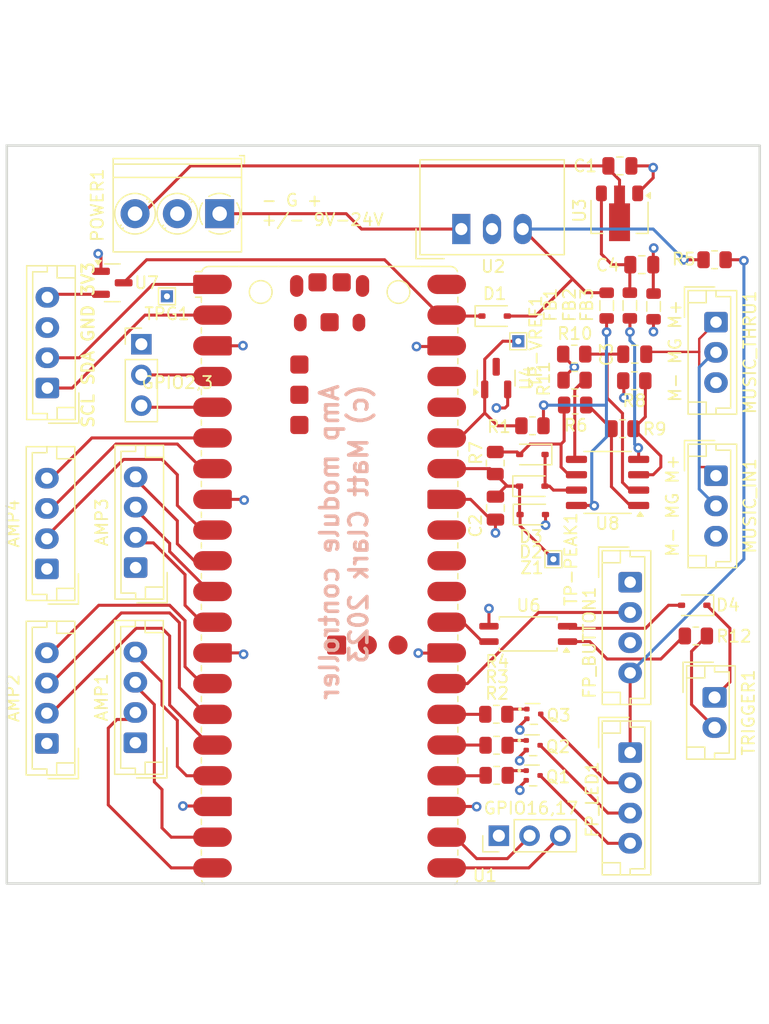
<source format=kicad_pcb>
(kicad_pcb (version 20240108) (generator "pcbnew") (generator_version "8.0")
  (layers (0 "F.Cu" signal) (1 "In1.Cu" power) (2 "In2.Cu" power) (31 "B.Cu" power) (34 "B.Paste" user) (35 "F.Paste" user) (36 "B.SilkS" user "B.Silkscreen") (37 "F.SilkS" user "F.Silkscreen") (38 "B.Mask" user) (39 "F.Mask" user) (44 "Edge.Cuts" user))
  (net 0 "")
  (net 4 "GND")
  (net 5 "Net-(U8A-+)")
  (net 6 "-5V")
  (net 7 "VSYS")
  (net 8 "+5V")
  (net 9 "/M+")
  (net 10 "/M-")
  (net 11 "Net-(D3-A)")
  (net 12 "+5VA")
  (net 13 "-5VA")
  (net 14 "/SDA")
  (net 15 "/SCL")
  (net 16 "/DISP_3V3")
  (net 17 "Net-(Q1-B)")
  (net 18 "Net-(Q2-B)")
  (net 19 "Net-(Q3-B)")
  (net 20 "Net-(U8A--)")
  (net 21 "Net-(R12-Pad2)")
  (net 22 "/MG")
  (net 23 "Net-(D2-A)")
  (net 24 "Net-(TRIGGER1-Pin_2)")
  (net 25 "/-18V")
  (net 26 "/+18V")
  (net 27 "Net-(GPIO2,3-Pin_3)")
  (net 28 "Net-(D4-K)")
  (net 29 "Net-(D4-A)")
  (net 30 "/FP_BUTTON")
  (net 31 "/PWMB")
  (net 32 "/PWMG")
  (net 33 "/PWMR")
  (net 34 "/TRG_ON")
  (net 35 "/PEAK")
  (net 36 "/ADC_VREF")
  (net 37 "/AMP1_RESET")
  (net 38 "/AMP1_FAULT")
  (net 39 "/AMP1_CLIP")
  (net 40 "/AMP2_RESET")
  (net 41 "/AMP2_FAULT")
  (net 42 "/AMP2_CLIP")
  (net 43 "/AMP3_RESET")
  (net 44 "/AMP3_FAULT")
  (net 45 "/AMP3_CLIP")
  (net 46 "/AMP4_RESET")
  (net 47 "/AMP4_FAULT")
  (net 48 "/AMP4_CLIP")
  (net 51 "/R")
  (net 52 "/G")
  (net 53 "/B")
  (net 54 "/DRV")
  (net 56 "Net-(GPIO2,3-Pin_2)")
  (net 57 "Net-(GPIO16,17-Pin_2)")
  (net 58 "Net-(R6-Pad1)")
  (net 59 "Net-(U8B-+)")
  (net 60 "AGND")
  (net 61 "Net-(GPIO16,17-Pin_3)")
  (footprint "Converter_DCDC:Converter_DCDC_TRACO_TSR-1_THT" (layer "F.Cu") (at 143.957597 70.873725)
    (property "Reference" "U2")
    (property "Value" "TSR_1-2450")
  )
  (footprint "Connector_JST:JST_EH_B4B-EH-A_1x04_P2.50mm_Vertical" (layer "F.Cu") (at 157.927597 114.173725 -90)
    (property "Reference" "FP_LED1")
    (property "Value" "Conn_01x04_Pin")
  )
  (footprint "Connector_JST:JST_EH_B4B-EH-A_1x04_P2.50mm_Vertical" (layer "F.Cu") (at 109.70493 84.021376 90)
    (property "Reference" "DISPLAY1" (hide yes))
    (property "Value" "Conn_01x04_Pin")
  )
  (footprint "Connector_JST:JST_EH_B4B-EH-A_1x04_P2.50mm_Vertical" (layer "F.Cu") (at 116.987597 113.358725 90)
    (property "Reference" "AMP1")
    (property "Value" "Conn_01x04_Pin")
  )
  (footprint "Resistor_SMD:R_0805_2012Metric" (layer "F.Cu") (at 163.365097 104.528725 180)
    (property "Reference" "R12")
    (property "Value" "470")
  )
  (footprint "Capacitor_SMD:C_0805_2012Metric" (layer "F.Cu") (at 157.076672 65.649905 180)
    (property "Reference" "C1")
    (property "Value" "1u")
  )
  (footprint "Resistor_SMD:R_0805_2012Metric" (layer "F.Cu") (at 146.885302 116.054713)
    (property "Reference" "R2")
    (property "Value" "4k7")
  )
  (footprint "Connector_JST:JST_EH_B3B-EH-A_1x03_P2.50mm_Vertical" (layer "F.Cu") (at 165.03156 78.573725 -90)
    (property "Reference" "MUSIC_THRU1")
    (property "Value" "Conn_01x03_Pin")
  )
  (footprint "Resistor_SMD:R_0805_2012Metric" (layer "F.Cu") (at 164.912597 73.413725)
    (property "Reference" "R5")
    (property "Value" "4k7")
  )
  (footprint "Resistor_SMD:R_0805_2012Metric" (layer "F.Cu") (at 157.292597 87.383725 180)
    (property "Reference" "R9")
    (property "Value" "100k")
  )
  (footprint "Diode_SMD:D_SOD-323" (layer "F.Cu") (at 146.712152 78.070042)
    (property "Reference" "D1")
    (property "Value" "1N5819WS")
  )
  (footprint "Diode_SMD:D_SOD-323" (layer "F.Cu") (at 149.869351 94.485185)
    (property "Reference" "Z1")
    (property "Value" "2V4")
  )
  (footprint "Resistor_SMD:R_0805_2012Metric" (layer "F.Cu") (at 153.328329 83.369506 180)
    (property "Reference" "R11")
    (property "Value" "10k")
  )
  (footprint "TestPoint:TestPoint_THTPad_1.0x1.0mm_Drill0.5mm" (layer "F.Cu") (at 148.673215 80.15102 -90)
    (property "Reference" "TP-VREF1")
    (property "Value" "TestPoint")
  )
  (footprint "Package_TO_SOT_SMD:SOT-23" (layer "F.Cu") (at 115.080097 75.318725)
    (property "Reference" "U7")
    (property "Value" "MCP1700x-330xxTT")
  )
  (footprint "Diode_SMD:D_SOD-323" (layer "F.Cu") (at 149.828725 92.138682)
    (property "Reference" "D2")
    (property "Value" "1N5819WS")
  )
  (footprint "Resistor_SMD:R_0805_2012Metric" (layer "F.Cu") (at 146.875748 113.566636)
    (property "Reference" "R3")
    (property "Value" "4k7")
  )
  (footprint "Inductor_SMD:L_0805_2012Metric" (layer "F.Cu") (at 159.864343 77.273284 90)
    (property "Reference" "FB3")
    (property "Value" "FerriteBead")
  )
  (footprint "Inductor_SMD:L_0805_2012Metric" (layer "F.Cu") (at 157.901091 77.197313 -90)
    (property "Reference" "FB2")
    (property "Value" "FerriteBead")
  )
  (footprint "MountingHole:MountingHole_3.2mm_M3" (layer "F.Cu") (at 164.011492 68.333725)
    (property "Reference" "H3" (hide yes))
    (property "Value" "MountingHole")
  )
  (footprint "Resistor_SMD:R_0805_2012Metric" (layer "F.Cu") (at 153.30111 81.216412 180)
    (property "Reference" "R10")
    (property "Value" "90k")
  )
  (footprint "Package_TO_SOT_SMD:SOT-723" (layer "F.Cu") (at 149.903274 113.568955)
    (property "Reference" "Q2")
    (property "Value" "BC848")
  )
  (footprint "Connector_PinHeader_2.54mm:PinHeader_1x03_P2.54mm_Vertical" (layer "F.Cu") (at 117.484031 80.398725)
    (property "Reference" "GPIO2,3")
    (property "Value" "Conn_01x02_Pin")
  )
  (footprint "MountingHole:MountingHole_3.2mm_M3" (layer "F.Cu") (at 164.277597 121.06056)
    (property "Reference" "H4" (hide yes))
    (property "Value" "MountingHole")
  )
  (footprint "Package_TO_SOT_SMD:SOT-723" (layer "F.Cu") (at 149.901602 116.066166)
    (property "Reference" "Q1")
    (property "Value" "BC848")
  )
  (footprint "Connector_JST:JST_EH_B2B-EH-A_1x02_P2.50mm_Vertical" (layer "F.Cu") (at 164.912597 109.607859 -90)
    (property "Reference" "TRIGGER1")
    (property "Value" "Conn_01x02_Pin")
  )
  (footprint "Package_SO:SO-8_3.9x4.9mm_P1.27mm" (layer "F.Cu") (at 156.057597 91.828725 180)
    (property "Reference" "U8")
    (property "Value" "LM2904")
  )
  (footprint "Connector_JST:JST_EH_B4B-EH-A_1x04_P2.50mm_Vertical" (layer "F.Cu") (at 109.669355 98.981975 90)
    (property "Reference" "AMP4")
    (property "Value" "Conn_01x04_Pin")
  )
  (footprint "Connector_PinHeader_2.54mm:PinHeader_1x03_P2.54mm_Vertical" (layer "F.Cu") (at 147.064682 121.049736 90)
    (property "Reference" "GPIO16,17")
    (property "Value" "Conn_01x02_Pin")
  )
  (footprint "Capacitor_SMD:C_0805_2012Metric" (layer "F.Cu") (at 158.890177 73.82092 180)
    (property "Reference" "C4")
    (property "Value" "1u")
  )
  (footprint "TestPoint:TestPoint_THTPad_1.0x1.0mm_Drill0.5mm" (layer "F.Cu") (at 119.603696 76.439386 180)
    (property "Reference" "TPG1")
    (property "Value" "TestPoint")
  )
  (footprint "Capacitor_SMD:C_0805_2012Metric" (layer "F.Cu") (at 158.308091 81.225333 180)
    (property "Reference" "C3")
    (property "Value" "1u")
  )
  (footprint "Package_TO_SOT_SMD:SOT-723" (layer "F.Cu") (at 149.955622 110.977694)
    (property "Reference" "Q3")
    (property "Value" "BC848")
  )
  (footprint "Diode_SMD:D_SOD-323" (layer "F.Cu") (at 149.83676 89.517984 180)
    (property "Reference" "D3")
    (property "Value" "1N5819WS")
  )
  (footprint "Resistor_SMD:R_0805_2012Metric" (layer "F.Cu") (at 158.27044 83.420205 180)
    (property "Reference" "R8")
    (property "Value" "10k")
  )
  (footprint "Package_TO_SOT_SMD:SOT-23" (layer "F.Cu") (at 146.844017 83.20111 90)
    (property "Reference" "U4")
    (property "Value" "LM4040DBZ-3")
  )
  (footprint "TerminalBlock_Phoenix:TerminalBlock_Phoenix_PT-1,5-3-3.5-H_1x03_P3.50mm_Horizontal" (layer "F.Cu") (at 123.962597 69.603725 180)
    (property "Reference" "POWER1")
    (property "Value" "Conn_01x03_Pin")
  )
  (footprint "Connector_JST:JST_EH_B3B-EH-A_1x03_P2.50mm_Vertical" (layer "F.Cu") (at 165.03156 91.273725 -90)
    (property "Reference" "MUSIC_IN1")
    (property "Value" "Conn_01x03_Pin")
  )
  (footprint "Capacitor_SMD:C_0805_2012Metric" (layer "F.Cu") (at 146.781769 93.954226 -90)
    (property "Reference" "C2")
    (property "Value" "10u")
  )
  (footprint "Connector_JST:JST_EH_B4B-EH-A_1x04_P2.50mm_Vertical" (layer "F.Cu") (at 117.011573 98.871566 90)
    (property "Reference" "AMP3")
    (property "Value" "Conn_01x04_Pin")
  )
  (footprint "Package_SO:SOIC-4_4.55x2.6mm_P1.27mm" (layer "F.Cu") (at 149.494297 104.358876 180)
    (property "Reference" "U6")
    (property "Value" "EL3H7(C)(TA)-G")
  )
  (footprint "Resistor_SMD:R_0805_2012Metric" (layer "F.Cu") (at 146.855097 111.003868)
    (property "Reference" "R4")
    (property "Value" "4k7")
  )
  (footprint "Resistor_SMD:R_0805_2012Metric" (layer "F.Cu") (at 146.765981 90.225249 -90)
    (property "Reference" "R7")
    (property "Value" "10k")
  )
  (footprint "Package_TO_SOT_SMD:SOT-89-3" (layer "F.Cu") (at 157.049603 69.87412 -90)
    (property "Reference" "U3")
    (property "Value" "LT1175-5_SOT223")
  )
  (footprint "Module_RaspberryPi_Pico:RaspberryPi_Pico_W_SMD" (layer "F.Cu") (at 133.06 99.579685)
    (property "Reference" "U1")
    (property "Value" "RaspberryPi_Pico_W")
  )
  (footprint "Resistor_SMD:R_0805_2012Metric" (layer "F.Cu") (at 149.842099 87.146713 180)
    (property "Reference" "R1")
    (property "Value" "4k7")
  )
  (footprint "MountingHole:MountingHole_3.2mm_M3" (layer "F.Cu") (at 110.937597 121.11848)
    (property "Reference" "H2" (hide yes))
    (property "Value" "MountingHole")
  )
  (footprint "Connector_JST:JST_EH_B4B-EH-A_1x04_P2.50mm_Vertical" (layer "F.Cu") (at 109.667597 113.418725 90)
    (property "Reference" "AMP2")
    (property "Value" "Conn_01x04_Pin")
  )
  (footprint "Inductor_SMD:L_0805_2012Metric" (layer "F.Cu") (at 155.985156 77.202923 -90)
    (property "Reference" "FB1")
    (property "Value" "FerriteBead")
  )
  (footprint "Diode_SMD:D_SOD-323" (layer "F.Cu") (at 163.227597 101.988725 180)
    (property "Reference" "D4")
    (property "Value" "1N5819WS")
  )
  (footprint "Resistor_SMD:R_0805_2012Metric" (layer "F.Cu") (at 153.376825 85.427404 180)
    (property "Reference" "R6")
    (property "Value" "10k")
  )
  (footprint "TestPoint:TestPoint_THTPad_1.0x1.0mm_Drill0.5mm" (layer "F.Cu") (at 151.577597 98.178725 -90)
    (property "Reference" "TP-PEAK1")
    (property "Value" "TestPoint")
  )
  (footprint "Connector_JST:JST_EH_B4B-EH-A_1x04_P2.50mm_Vertical" (layer "F.Cu") (at 157.927597 100.083725 -90)
    (property "Reference" "FP_BUTTON1")
    (property "Value" "Conn_01x04_Pin")
  )
  (footprint "MountingHole:MountingHole_3.2mm_M3" (layer "F.Cu") (at 110.937597 68.333725)
    (property "Reference" "H1" (hide yes))
    (property "Value" "MountingHole")
  )
  (gr_rect (start 106.35 63.97) (end 168.65 125) (stroke (width 0.2)) (fill none) (layer "Edge.Cuts"))
  (gr_text "Amp module controller\n(c) Matt Clark 2023" (at 136.337597 83.573725 90) (layer "B.SilkS") (effects (font (size 1.5 1.5) (thickness 0.3) (bold yes)) (justify left bottom mirror)))
  (gr_text "M- MG M+" (at 162.228695 85.272868 90) (layer "F.SilkS") (effects (font (size 1 1)) (justify left bottom)))
  (gr_text "- G +\n+/- 9V-24V" (at 127.340632 70.68777 0) (layer "F.SilkS") (effects (font (size 1 1)) (justify left bottom)))
  (gr_text "SCL SDA GND 3V3" (at 113.658225 87.418894 90) (layer "F.SilkS") (effects (font (size 1 1) (thickness 0.1875)) (justify left bottom)))
  (gr_text "M- MG M+" (at 162.005464 98.065286 90) (layer "F.SilkS") (effects (font (size 1 1)) (justify left bottom)))
  (segment (start 124.132974 118.592659) (end 124.17 118.629685) (width 0.25) (layer "F.Cu") (net 4))
  (segment (start 159.840177 73.82092) (end 159.840177 76.186618) (width 0.25) (layer "F.Cu") (net 4))
  (segment (start 141.95 118.629685) (end 145.210543 118.629685) (width 0.25) (layer "F.Cu") (net 4))
  (segment (start 141.935115 105.94457) (end 141.95 105.929685) (width 0.25) (layer "F.Cu") (net 4))
  (segment (start 148.799966 112.305691) (end 148.799966 111.95835) (width 0.25) (layer "F.Cu") (net 4))
  (segment (start 114.142597 73.144291) (end 113.912034 72.913728) (width 0.25) (layer "F.Cu") (net 4))
  (segment (start 148.786687 114.510542) (end 149.328274 113.968955) (width 0.25) (layer "F.Cu") (net 4))
  (segment (start 159.840177 76.186618) (end 159.864343 76.210784) (width 0.25) (layer "F.Cu") (net 4))
  (segment (start 148.786687 114.841926) (end 148.786687 114.510542) (width 0.25) (layer "F.Cu") (net 4))
  (segment (start 124.17 80.529685) (end 125.880166 80.529685) (width 0.25) (layer "F.Cu") (net 4))
  (segment (start 141.890785 80.5889) (end 141.95 80.529685) (width 0.25) (layer "F.Cu") (net 4))
  (segment (start 148.799966 111.95835) (end 149.380622 111.377694) (width 0.25) (layer "F.Cu") (net 4))
  (segment (start 140.395895 105.94457) (end 141.935115 105.94457) (width 0.25) (layer "F.Cu") (net 4))
  (segment (start 159.832597 66.641126) (end 159.832597 65.793725) (width 0.25) (layer "F.Cu") (net 4))
  (segment (start 158.549603 67.92412) (end 159.832597 66.641126) (width 0.25) (layer "F.Cu") (net 4))
  (segment (start 146.246327 103.721846) (end 146.246327 102.259343) (width 0.25) (layer "F.Cu") (net 4))
  (segment (start 148.799966 116.992802) (end 149.326602 116.466166) (width 0.25) (layer "F.Cu") (net 4))
  (segment (start 159.840177 73.82092) (end 159.840177 72.488234) (width 0.25) (layer "F.Cu") (net 4))
  (segment (start 146.244297 103.723876) (end 146.246327 103.721846) (width 0.25) (layer "F.Cu") (net 4))
  (segment (start 148.799966 117.28521) (end 148.799966 116.992802) (width 0.25) (layer "F.Cu") (net 4))
  (segment (start 114.142597 74.368725) (end 114.142597 73.144291) (width 0.25) (layer "F.Cu") (net 4))
  (segment (start 125.928986 93.229685) (end 125.99037 93.291069) (width 0.25) (layer "F.Cu") (net 4))
  (segment (start 159.688777 65.649905) (end 159.832597 65.793725) (width 0.25) (layer "F.Cu") (net 4))
  (segment (start 125.880166 80.529685) (end 125.891346 80.518505) (width 0.25) (layer "F.Cu") (net 4))
  (segment (start 145.210543 118.629685) (end 145.227597 118.646739) (width 0.25) (layer "F.Cu") (net 4))
  (segment (start 124.17 105.929685) (end 125.829483 105.929685) (width 0.25) (layer "F.Cu") (net 4))
  (segment (start 120.921864 118.592659) (end 124.132974 118.592659) (width 0.25) (layer "F.Cu") (net 4))
  (segment (start 140.249893 80.5889) (end 141.890785 80.5889) (width 0.25) (layer "F.Cu") (net 4))
  (segment (start 158.026672 65.649905) (end 159.688777 65.649905) (width 0.25) (layer "F.Cu") (net 4))
  (segment (start 125.829483 105.929685) (end 125.941703 106.041905) (width 0.25) (layer "F.Cu") (net 4))
  (segment (start 124.17 93.229685) (end 125.928986 93.229685) (width 0.25) (layer "F.Cu") (net 4))
  (segment (start 159.840177 72.488234) (end 159.879048 72.449363) (width 0.25) (layer "F.Cu") (net 4))
  (via (at 113.912034 72.913728) (size 0.8) (drill 0.4) (layers "F.Cu" "B.Cu") (net 4))
  (via (at 148.786687 114.841926) (size 0.8) (drill 0.4) (layers "F.Cu" "B.Cu") (net 4))
  (via (at 140.395895 105.94457) (size 0.8) (drill 0.4) (layers "F.Cu" "B.Cu") (net 4))
  (via (at 125.99037 93.291069) (size 0.8) (drill 0.4) (layers "F.Cu" "B.Cu") (net 4))
  (via (at 125.941703 106.041905) (size 0.8) (drill 0.4) (layers "F.Cu" "B.Cu") (net 4))
  (via (at 159.832597 65.793725) (size 0.8) (drill 0.4) (layers "F.Cu" "B.Cu") (net 4))
  (via (at 140.249893 80.5889) (size 0.8) (drill 0.4) (layers "F.Cu" "B.Cu") (net 4))
  (via (at 148.799966 112.305691) (size 0.8) (drill 0.4) (layers "F.Cu" "B.Cu") (net 4))
  (via (at 120.921864 118.592659) (size 0.8) (drill 0.4) (layers "F.Cu" "B.Cu") (net 4))
  (via (at 125.891346 80.518505) (size 0.8) (drill 0.4) (layers "F.Cu" "B.Cu") (net 4))
  (via (at 146.246327 102.259343) (size 0.8) (drill 0.4) (layers "F.Cu" "B.Cu") (net 4))
  (via (at 159.879048 72.449363) (size 0.8) (drill 0.4) (layers "F.Cu" "B.Cu") (net 4))
  (via (at 148.799966 117.28521) (size 0.8) (drill 0.4) (layers "F.Cu" "B.Cu") (net 4))
  (via (at 145.227597 118.646739) (size 0.8) (drill 0.4) (layers "F.Cu" "B.Cu") (net 4))
  (segment (start 158.632597 91.193725) (end 159.832597 91.193725) (width 0.25) (layer "F.Cu") (net 5))
  (segment (start 160.467597 90.558725) (end 160.467597 89.646225) (width 0.25) (layer "F.Cu") (net 5))
  (segment (start 159.18294 83.420205) (end 159.18294 86.405882) (width 0.25) (layer "F.Cu") (net 5))
  (segment (start 159.18294 86.405882) (end 158.205097 87.383725) (width 0.25) (layer "F.Cu") (net 5))
  (segment (start 160.467597 89.646225) (end 158.205097 87.383725) (width 0.25) (layer "F.Cu") (net 5))
  (segment (start 159.832597 91.193725) (end 160.467597 90.558725) (width 0.25) (layer "F.Cu") (net 5))
  (segment (start 155.549603 72.940731) (end 156.429792 73.82092) (width 0.25) (layer "F.Cu") (net 6))
  (segment (start 157.901091 73.860006) (end 157.940177 73.82092) (width 0.25) (layer "F.Cu") (net 6))
  (segment (start 155.549603 67.92412) (end 155.549603 72.940731) (width 0.25) (layer "F.Cu") (net 6))
  (segment (start 157.901091 76.134813) (end 157.901091 73.860006) (width 0.25) (layer "F.Cu") (net 6))
  (segment (start 156.429792 73.82092) (end 157.940177 73.82092) (width 0.25) (layer "F.Cu") (net 6))
  (segment (start 117.922597 73.413725) (end 116.017597 75.318725) (width 0.25) (layer "F.Cu") (net 7))
  (segment (start 142.030357 78.070042) (end 145.662152 78.070042) (width 0.25) (layer "F.Cu") (net 7))
  (segment (start 141.95 77.756128) (end 137.607597 73.413725) (width 0.25) (layer "F.Cu") (net 7))
  (segment (start 137.607597 73.413725) (end 117.922597 73.413725) (width 0.25) (layer "F.Cu") (net 7))
  (segment (start 141.95 77.989685) (end 142.030357 78.070042) (width 0.25) (layer "F.Cu") (net 7))
  (segment (start 141.95 77.989685) (end 141.95 77.756128) (width 0.25) (layer "F.Cu") (net 7))
  (segment (start 155.985156 76.140423) (end 154.304295 76.140423) (width 0.25) (layer "F.Cu") (net 8))
  (segment (start 150.09628 78.070042) (end 153.165097 75.001225) (width 0.25) (layer "F.Cu") (net 8))
  (segment (start 153.165097 75.001225) (end 149.037597 70.873725) (width 0.25) (layer "F.Cu") (net 8))
  (segment (start 147.762152 78.070042) (end 150.09628 78.070042) (width 0.25) (layer "F.Cu") (net 8))
  (segment (start 154.304295 76.140423) (end 153.165097 75.001225) (width 0.25) (layer "F.Cu") (net 8))
  (segment (start 162.372597 73.413725) (end 164.000097 73.413725) (width 0.25) (layer "F.Cu") (net 8))
  (via (at 162.372597 73.413725) (size 0.8) (drill 0.4) (layers "F.Cu" "B.Cu") (net 8))
  (segment (start 159.832597 70.873725) (end 162.372597 73.413725) (width 0.25) (layer "B.Cu") (net 8))
  (segment (start 149.037597 70.873725) (end 159.832597 70.873725) (width 0.25) (layer "B.Cu") (net 8))
  (segment (start 159.258091 81.225333) (end 159.449699 81.033725) (width 0.2) (layer "F.Cu") (net 9))
  (segment (start 165.03156 78.573725) (end 163.642597 79.962688) (width 0.2) (layer "F.Cu") (net 9))
  (segment (start 163.642597 79.962688) (end 163.642597 81.033725) (width 0.2) (layer "F.Cu") (net 9))
  (segment (start 159.449699 81.033725) (end 163.642597 81.033725) (width 0.2) (layer "F.Cu") (net 9))
  (segment (start 164.31656 90.558725) (end 165.03156 91.273725) (width 0.2) (layer "F.Cu") (net 9))
  (segment (start 163.642597 81.033725) (end 163.642597 90.558725) (width 0.2) (layer "F.Cu") (net 9))
  (segment (start 163.642597 90.558725) (end 164.31656 90.558725) (width 0.2) (layer "F.Cu") (net 9))
  (segment (start 152.464325 85.427404) (end 152.464325 88.401997) (width 0.25) (layer "F.Cu") (net 11))
  (segment (start 152.212597 90.558725) (end 152.847597 91.193725) (width 0.25) (layer "F.Cu") (net 11))
  (segment (start 146.765981 89.312749) (end 148.581525 89.312749) (width 0.25) (layer "F.Cu") (net 11))
  (segment (start 152.464325 88.401997) (end 152.212597 88.653725) (width 0.25) (layer "F.Cu") (net 11))
  (segment (start 152.212597 88.653725) (end 152.212597 90.558725) (width 0.25) (layer "F.Cu") (net 11))
  (segment (start 152.847597 91.193725) (end 153.482597 91.193725) (width 0.25) (layer "F.Cu") (net 11))
  (segment (start 152.212597 88.653725) (end 149.651019 88.653725) (width 0.25) (layer "F.Cu") (net 11))
  (segment (start 148.581525 89.312749) (end 148.78676 89.517984) (width 0.25) (layer "F.Cu") (net 11))
  (segment (start 149.651019 88.653725) (end 148.78676 89.517984) (width 0.25) (layer "F.Cu") (net 11))
  (segment (start 153.482597 93.733725) (end 154.9306 93.733725) (width 0.25) (layer "F.Cu") (net 12))
  (segment (start 150.754599 85.462251) (end 150.775633 85.441217) (width 0.25) (layer "F.Cu") (net 12))
  (segment (start 155.963823 78.286756) (end 155.985156 78.265423) (width 0.25) (layer "F.Cu") (net 12))
  (segment (start 155.977709 78.27287) (end 155.985156 78.265423) (width 0.25) (layer "F.Cu") (net 12))
  (segment (start 155.977709 79.39718) (end 155.977709 78.27287) (width 0.25) (layer "F.Cu") (net 12))
  (segment (start 154.9306 93.733725) (end 154.956465 93.75959) (width 0.25) (layer "F.Cu") (net 12))
  (segment (start 150.754599 87.146713) (end 150.754599 85.462251) (width 0.25) (layer "F.Cu") (net 12))
  (via (at 155.977709 79.39718) (size 0.8) (drill 0.4) (layers "F.Cu" "B.Cu") (net 12))
  (via (at 150.775633 85.441217) (size 0.8) (drill 0.4) (layers "F.Cu" "B.Cu") (net 12))
  (via (at 154.956465 93.75959) (size 0.8) (drill 0.4) (layers "F.Cu" "B.Cu") (net 12))
  (segment (start 155.963823 79.313168) (end 155.963823 85.478725) (width 0.25) (layer "B.Cu") (net 12))
  (segment (start 155.926315 85.441217) (end 155.963823 85.478725) (width 0.25) (layer "B.Cu") (net 12))
  (segment (start 154.752597 93.555722) (end 154.956465 93.75959) (width 0.25) (layer "B.Cu") (net 12))
  (segment (start 155.963823 85.478725) (end 155.963823 88.077499) (width 0.25) (layer "B.Cu") (net 12))
  (segment (start 155.963823 88.077499) (end 154.752597 89.288725) (width 0.25) (layer "B.Cu") (net 12))
  (segment (start 150.775633 85.441217) (end 155.926315 85.441217) (width 0.25) (layer "B.Cu") (net 12))
  (segment (start 154.752597 89.288725) (end 154.752597 93.555722) (width 0.25) (layer "B.Cu") (net 12))
  (segment (start 157.909854 78.268576) (end 157.901091 78.259813) (width 0.25) (layer "F.Cu") (net 13))
  (segment (start 158.632597 89.01055) (end 158.596689 88.974642) (width 0.25) (layer "F.Cu") (net 13))
  (segment (start 158.632597 89.923725) (end 158.632597 89.01055) (width 0.25) (layer "F.Cu") (net 13))
  (segment (start 157.909854 79.381852) (end 157.909854 78.268576) (width 0.25) (layer "F.Cu") (net 13))
  (via (at 158.596689 88.974642) (size 0.8) (drill 0.4) (layers "F.Cu" "B.Cu") (net 13))
  (via (at 157.909854 79.381852) (size 0.8) (drill 0.4) (layers "F.Cu" "B.Cu") (net 13))
  (segment (start 157.909854 80.09158) (end 158.299061 80.480787) (width 0.25) (layer "B.Cu") (net 13))
  (segment (start 158.299061 80.480787) (end 158.299061 88.677014) (width 0.25) (layer "B.Cu") (net 13))
  (segment (start 157.909854 79.381852) (end 157.909854 80.09158) (width 0.25) (layer "B.Cu") (net 13))
  (segment (start 158.299061 88.677014) (end 158.596689 88.974642) (width 0.25) (layer "B.Cu") (net 13))
  (segment (start 112.354946 81.521376) (end 109.70493 81.521376) (width 0.25) (layer "F.Cu") (net 14))
  (segment (start 118.426637 75.449685) (end 112.354946 81.521376) (width 0.25) (layer "F.Cu") (net 14))
  (segment (start 124.17 75.449685) (end 118.426637 75.449685) (width 0.25) (layer "F.Cu") (net 14))
  (segment (start 117.791637 77.989685) (end 111.759946 84.021376) (width 0.25) (layer "F.Cu") (net 15))
  (segment (start 124.17 77.989685) (end 117.791637 77.989685) (width 0.25) (layer "F.Cu") (net 15))
  (segment (start 111.759946 84.021376) (end 109.70493 84.021376) (width 0.25) (layer "F.Cu") (net 15))
  (segment (start 109.957581 76.268725) (end 109.70493 76.521376) (width 0.25) (layer "F.Cu") (net 16))
  (segment (start 114.142597 76.268725) (end 109.957581 76.268725) (width 0.25) (layer "F.Cu") (net 16))
  (segment (start 147.797802 116.054713) (end 148.186349 115.666166) (width 0.25) (layer "F.Cu") (net 17))
  (segment (start 148.186349 115.666166) (end 149.326602 115.666166) (width 0.25) (layer "F.Cu") (net 17))
  (segment (start 148.185929 113.168955) (end 149.328274 113.168955) (width 0.25) (layer "F.Cu") (net 18))
  (segment (start 147.788248 113.566636) (end 148.185929 113.168955) (width 0.25) (layer "F.Cu") (net 18))
  (segment (start 147.767597 111.003868) (end 148.193771 110.577694) (width 0.25) (layer "F.Cu") (net 19))
  (segment (start 148.193771 110.577694) (end 149.380622 110.577694) (width 0.25) (layer "F.Cu") (net 19))
  (segment (start 156.022597 84.843725) (end 157.292597 86.113725) (width 0.25) (layer "F.Cu") (net 20))
  (segment (start 157.34917 81.216412) (end 157.358091 81.225333) (width 0.25) (layer "F.Cu") (net 20))
  (segment (start 156.022597 81.216412) (end 157.34917 81.216412) (width 0.25) (layer "F.Cu") (net 20))
  (segment (start 157.292597 86.113725) (end 157.292597 91.828725) (width 0.25) (layer "F.Cu") (net 20))
  (segment (start 157.927597 92.463725) (end 157.292597 91.828725) (width 0.25) (layer "F.Cu") (net 20))
  (segment (start 158.632597 92.463725) (end 157.927597 92.463725) (width 0.25) (layer "F.Cu") (net 20))
  (segment (start 156.022597 81.216412) (end 156.022597 84.843725) (width 0.25) (layer "F.Cu") (net 20))
  (segment (start 154.21361 81.216412) (end 156.022597 81.216412) (width 0.25) (layer "F.Cu") (net 20))
  (segment (start 162.372597 104.528725) (end 162.452597 104.528725) (width 0.25) (layer "F.Cu") (net 21))
  (segment (start 156.022597 106.433725) (end 160.467597 106.433725) (width 0.25) (layer "F.Cu") (net 21))
  (segment (start 152.744297 104.993876) (end 154.582748 104.993876) (width 0.25) (layer "F.Cu") (net 21))
  (segment (start 154.582748 104.993876) (end 156.022597 106.433725) (width 0.25) (layer "F.Cu") (net 21))
  (segment (start 160.467597 106.433725) (end 162.372597 104.528725) (width 0.25) (layer "F.Cu") (net 21))
  (segment (start 163.642597 82.303725) (end 163.642597 92.384762) (width 0.25) (layer "B.Cu") (net 22))
  (segment (start 164.872597 81.073725) (end 163.642597 82.303725) (width 0.25) (layer "B.Cu") (net 22))
  (segment (start 163.642597 92.384762) (end 165.03156 93.773725) (width 0.25) (layer "B.Cu") (net 22))
  (segment (start 165.03156 81.073725) (end 164.872597 81.073725) (width 0.25) (layer "B.Cu") (net 22))
  (segment (start 150.88676 92.130647) (end 150.878725 92.138682) (width 0.25) (layer "F.Cu") (net 23))
  (segment (start 151.577597 92.463725) (end 153.482597 92.463725) (width 0.25) (layer "F.Cu") (net 23))
  (segment (start 150.88676 89.517984) (end 150.88676 92.130647) (width 0.25) (layer "F.Cu") (net 23))
  (segment (start 151.252554 92.138682) (end 151.577597 92.463725) (width 0.25) (layer "F.Cu") (net 23))
  (segment (start 150.878725 92.138682) (end 151.252554 92.138682) (width 0.25) (layer "F.Cu") (net 23))
  (segment (start 163.007597 105.798725) (end 164.277597 104.528725) (width 0.25) (layer "F.Cu") (net 24))
  (segment (start 164.912597 112.107859) (end 163.007597 110.202859) (width 0.25) (layer "F.Cu") (net 24))
  (segment (start 163.007597 110.202859) (end 163.007597 105.798725) (width 0.25) (layer "F.Cu") (net 24))
  (segment (start 156.126672 65.649905) (end 156.126672 65.8978) (width 0.25) (layer "F.Cu") (net 25))
  (segment (start 156.126672 65.8978) (end 157.049603 66.820731) (width 0.25) (layer "F.Cu") (net 25))
  (segment (start 157.049603 66.820731) (end 157.049603 68.01162) (width 0.25) (layer "F.Cu") (net 25))
  (segment (start 117.597597 69.603725) (end 121.551417 65.649905) (width 0.25) (layer "F.Cu") (net 25))
  (segment (start 121.551417 65.649905) (end 156.126672 65.649905) (width 0.25) (layer "F.Cu") (net 25))
  (segment (start 134.432597 69.603725) (end 135.702597 70.873725) (width 0.25) (layer "F.Cu") (net 26))
  (segment (start 124.597597 69.603725) (end 134.432597 69.603725) (width 0.25) (layer "F.Cu") (net 26))
  (segment (start 135.702597 70.873725) (end 143.957597 70.873725) (width 0.25) (layer "F.Cu") (net 26))
  (segment (start 117.484031 85.478725) (end 117.614991 85.609685) (width 0.25) (layer "F.Cu") (net 27))
  (segment (start 117.614991 85.609685) (end 124.17 85.609685) (width 0.25) (layer "F.Cu") (net 27))
  (segment (start 164.912597 109.607859) (end 166.182597 108.337859) (width 0.25) (layer "F.Cu") (net 28))
  (segment (start 166.182597 108.337859) (end 166.182597 103.893725) (width 0.25) (layer "F.Cu") (net 28))
  (segment (start 166.182597 103.893725) (end 164.277597 101.988725) (width 0.25) (layer "F.Cu") (net 28))
  (segment (start 152.914146 103.893725) (end 152.744297 103.723876) (width 0.25) (layer "F.Cu") (net 29))
  (segment (start 159.197597 103.893725) (end 152.914146 103.893725) (width 0.25) (layer "F.Cu") (net 29))
  (segment (start 162.177597 101.988725) (end 161.102597 101.988725) (width 0.25) (layer "F.Cu") (net 29))
  (segment (start 161.102597 101.988725) (end 159.197597 103.893725) (width 0.25) (layer "F.Cu") (net 29))
  (segment (start 150.347597 102.583725) (end 144.461637 108.469685) (width 0.25) (layer "F.Cu") (net 30))
  (segment (start 144.461637 108.469685) (end 141.95 108.469685) (width 0.25) (layer "F.Cu") (net 30))
  (segment (start 157.927597 102.583725) (end 150.347597 102.583725) (width 0.25) (layer "F.Cu") (net 30))
  (segment (start 141.95 116.089685) (end 145.93783 116.089685) (width 0.25) (layer "F.Cu") (net 31))
  (segment (start 145.93783 116.089685) (end 145.972802 116.054713) (width 0.25) (layer "F.Cu") (net 31))
  (segment (start 141.95 113.549685) (end 145.946297 113.549685) (width 0.25) (layer "F.Cu") (net 32))
  (segment (start 145.946297 113.549685) (end 145.963248 113.566636) (width 0.25) (layer "F.Cu") (net 32))
  (segment (start 141.95 111.009685) (end 145.93678 111.009685) (width 0.25) (layer "F.Cu") (net 33))
  (segment (start 145.93678 111.009685) (end 145.942597 111.003868) (width 0.25) (layer "F.Cu") (net 33))
  (segment (start 145.692748 104.993876) (end 144.088557 103.389685) (width 0.25) (layer "F.Cu") (net 34))
  (segment (start 144.088557 103.389685) (end 141.95 103.389685) (width 0.25) (layer "F.Cu") (net 34))
  (segment (start 146.244297 104.993876) (end 145.692748 104.993876) (width 0.25) (layer "F.Cu") (net 34))
  (segment (start 148.819351 95.420479) (end 151.577597 98.178725) (width 0.25) (layer "F.Cu") (net 35))
  (segment (start 147.647313 92.138682) (end 148.778725 92.138682) (width 0.25) (layer "F.Cu") (net 35))
  (segment (start 141.95 90.689685) (end 146.317917 90.689685) (width 0.25) (layer "F.Cu") (net 35))
  (segment (start 148.819351 94.485185) (end 148.819351 95.420479) (width 0.25) (layer "F.Cu") (net 35))
  (segment (start 147.766914 92.138682) (end 148.778725 92.138682) (width 0.25) (layer "F.Cu") (net 35))
  (segment (start 146.317917 90.689685) (end 146.765981 91.137749) (width 0.25) (layer "F.Cu") (net 35))
  (segment (start 148.819351 94.485185) (end 148.778725 94.444559) (width 0.25) (layer "F.Cu") (net 35))
  (segment (start 146.765981 91.137749) (end 147.766914 92.138682) (width 0.25) (layer "F.Cu") (net 35))
  (segment (start 146.781769 93.004226) (end 147.647313 92.138682) (width 0.25) (layer "F.Cu") (net 35))
  (segment (start 148.778725 94.444559) (end 148.778725 92.138682) (width 0.25) (layer "F.Cu") (net 35))
  (segment (start 145.894017 86.082305) (end 145.894017 84.13861) (width 0.25) (layer "F.Cu") (net 36))
  (segment (start 145.894017 86.082305) (end 146.958425 87.146713) (width 0.25) (layer "F.Cu") (net 36))
  (segment (start 145.894017 84.13861) (end 145.894017 81.637305) (width 0.25) (layer "F.Cu") (net 36))
  (segment (start 146.958425 87.146713) (end 148.929599 87.146713) (width 0.25) (layer "F.Cu") (net 36))
  (segment (start 141.95 88.149685) (end 143.826637 88.149685) (width 0.25) (layer "F.Cu") (net 36))
  (segment (start 145.894017 81.637305) (end 147.380302 80.15102) (width 0.25) (layer "F.Cu") (net 36))
  (segment (start 147.380302 80.15102) (end 148.673215 80.15102) (width 0.25) (layer "F.Cu") (net 36))
  (segment (start 143.826637 88.149685) (end 145.894017 86.082305) (width 0.25) (layer "F.Cu") (net 36))
  (segment (start 119.192597 108.338725) (end 119.192597 110.243725) (width 0.25) (layer "F.Cu") (net 37))
  (segment (start 121.228557 116.089685) (end 120.462597 115.323725) (width 0.25) (layer "F.Cu") (net 37))
  (segment (start 124.17 116.089685) (end 121.228557 116.089685) (width 0.25) (layer "F.Cu") (net 37))
  (segment (start 120.462597 111.513725) (end 120.462597 115.323725) (width 0.25) (layer "F.Cu") (net 37))
  (segment (start 119.192597 110.243725) (end 120.462597 111.513725) (width 0.25) (layer "F.Cu") (net 37))
  (segment (start 117.287597 106.433725) (end 119.192597 108.338725) (width 0.25) (layer "F.Cu") (net 37))
  (segment (start 124.17 121.169685) (end 119.958557 121.169685) (width 0.25) (layer "F.Cu") (net 38))
  (segment (start 118.557597 116.593725) (end 118.557597 110.203725) (width 0.25) (layer "F.Cu") (net 38))
  (segment (start 119.192597 120.403725) (end 119.192597 117.228725) (width 0.25) (layer "F.Cu") (net 38))
  (segment (start 119.192597 117.228725) (end 118.557597 116.593725) (width 0.25) (layer "F.Cu") (net 38))
  (segment (start 118.557597 110.203725) (end 117.287597 108.933725) (width 0.25) (layer "F.Cu") (net 38))
  (segment (start 119.958557 121.169685) (end 119.192597 120.403725) (width 0.25) (layer "F.Cu") (net 38))
  (segment (start 117.287597 111.433725) (end 115.462597 111.433725) (width 0.25) (layer "F.Cu") (net 39))
  (segment (start 115.462597 111.433725) (end 114.747597 112.148725) (width 0.25) (layer "F.Cu") (net 39))
  (segment (start 114.747597 118.498725) (end 119.958557 123.709685) (width 0.25) (layer "F.Cu") (net 39))
  (segment (start 119.958557 123.709685) (end 124.17 123.709685) (width 0.25) (layer "F.Cu") (net 39))
  (segment (start 114.747597 112.148725) (end 114.747597 118.498725) (width 0.25) (layer "F.Cu") (net 39))
  (segment (start 109.588824 106.360613) (end 113.960712 101.988725) (width 0.25) (layer "F.Cu") (net 40))
  (segment (start 119.827597 101.988725) (end 121.097597 103.258725) (width 0.25) (layer "F.Cu") (net 40))
  (segment (start 121.097597 107.068725) (end 122.498557 108.469685) (width 0.25) (layer "F.Cu") (net 40))
  (segment (start 122.498557 108.469685) (end 124.17 108.469685) (width 0.25) (layer "F.Cu") (net 40))
  (segment (start 113.960712 101.988725) (end 119.827597 101.988725) (width 0.25) (layer "F.Cu") (net 40))
  (segment (start 121.097597 103.258725) (end 121.097597 107.068725) (width 0.25) (layer "F.Cu") (net 40))
  (segment (start 120.630869 108.805453) (end 120.630869 103.426997) (width 0.25) (layer "F.Cu") (net 41))
  (segment (start 124.17 111.009685) (end 122.835101 111.009685) (width 0.25) (layer "F.Cu") (net 41))
  (segment (start 120.630869 103.426997) (end 119.827597 102.623725) (width 0.25) (layer "F.Cu") (net 41))
  (segment (start 119.827597 102.623725) (end 115.825712 102.623725) (width 0.25) (layer "F.Cu") (net 41))
  (segment (start 115.825712 102.623725) (end 109.588824 108.860613) (width 0.25) (layer "F.Cu") (net 41))
  (segment (start 122.835101 111.009685) (end 120.630869 108.805453) (width 0.25) (layer "F.Cu") (net 41))
  (segment (start 119.827597 110.243725) (end 123.133557 113.549685) (width 0.25) (layer "F.Cu") (net 42))
  (segment (start 109.588824 111.360613) (end 117.055712 103.893725) (width 0.25) (layer "F.Cu") (net 42))
  (segment (start 117.055712 103.893725) (end 119.192597 103.893725) (width 0.25) (layer "F.Cu") (net 42))
  (segment (start 119.192597 103.893725) (end 119.827597 104.528725) (width 0.25) (layer "F.Cu") (net 42))
  (segment (start 119.827597 104.528725) (end 119.827597 110.243725) (width 0.25) (layer "F.Cu") (net 42))
  (segment (start 123.133557 113.549685) (end 124.17 113.549685) (width 0.25) (layer "F.Cu") (net 42))
  (segment (start 117.287597 91.828725) (end 120.462597 95.003725) (width 0.25) (layer "F.Cu") (net 43))
  (segment (start 120.462597 95.003725) (end 120.462597 96.908725) (width 0.25) (layer "F.Cu") (net 43))
  (segment (start 120.462597 96.908725) (end 121.863557 98.309685) (width 0.25) (layer "F.Cu") (net 43))
  (segment (start 121.863557 98.309685) (end 124.17 98.309685) (width 0.25) (layer "F.Cu") (net 43))
  (segment (start 123.133557 100.849685) (end 119.827597 97.543725) (width 0.25) (layer "F.Cu") (net 44))
  (segment (start 119.827597 96.868725) (end 117.287597 94.328725) (width 0.25) (layer "F.Cu") (net 44))
  (segment (start 124.17 100.849685) (end 123.133557 100.849685) (width 0.25) (layer "F.Cu") (net 44))
  (segment (start 119.827597 97.543725) (end 119.827597 96.868725) (width 0.25) (layer "F.Cu") (net 44))
  (segment (start 124.17 103.389685) (end 122.498557 103.389685) (width 0.25) (layer "F.Cu") (net 45))
  (segment (start 121.097597 101.988725) (end 121.097597 99.448725) (width 0.25) (layer "F.Cu") (net 45))
  (segment (start 122.498557 103.389685) (end 121.097597 101.988725) (width 0.25) (layer "F.Cu") (net 45))
  (segment (start 118.477597 96.828725) (end 117.287597 96.828725) (width 0.25) (layer "F.Cu") (net 45))
  (segment (start 121.097597 99.448725) (end 118.477597 96.828725) (width 0.25) (layer "F.Cu") (net 45))
  (segment (start 109.667597 91.868725) (end 113.386637 88.149685) (width 0.25) (layer "F.Cu") (net 46))
  (segment (start 113.386637 88.149685) (end 124.17 88.149685) (width 0.25) (layer "F.Cu") (net 46))
  (segment (start 115.382597 88.653725) (end 120.462597 88.653725) (width 0.25) (layer "F.Cu") (net 47))
  (segment (start 120.462597 88.653725) (end 122.498557 90.689685) (width 0.25) (layer "F.Cu") (net 47))
  (segment (start 122.498557 90.689685) (end 124.17 90.689685) (width 0.25) (layer "F.Cu") (net 47))
  (segment (start 109.667597 94.368725) (end 115.382597 88.653725) (width 0.25) (layer "F.Cu") (net 47))
  (segment (start 116.017597 89.923725) (end 119.192597 89.923725) (width 0.25) (layer "F.Cu") (net 48))
  (segment (start 119.192597 89.923725) (end 120.462597 91.193725) (width 0.25) (layer "F.Cu") (net 48))
  (segment (start 109.667597 96.273725) (end 116.017597 89.923725) (width 0.25) (layer "F.Cu") (net 48))
  (segment (start 120.462597 91.193725) (end 120.462597 93.733725) (width 0.25) (layer "F.Cu") (net 48))
  (segment (start 109.667597 96.868725) (end 109.667597 96.273725) (width 0.25) (layer "F.Cu") (net 48))
  (segment (start 120.462597 93.733725) (end 122.498557 95.769685) (width 0.25) (layer "F.Cu") (net 48))
  (segment (start 122.498557 95.769685) (end 124.17 95.769685) (width 0.25) (layer "F.Cu") (net 48))
  (segment (start 150.530622 110.977694) (end 150.530622 111.10175) (width 0.25) (layer "F.Cu") (net 51))
  (segment (start 150.530622 111.10175) (end 156.102597 116.673725) (width 0.25) (layer "F.Cu") (net 51))
  (segment (start 156.102597 116.673725) (end 157.927597 116.673725) (width 0.25) (layer "F.Cu") (net 51))
  (segment (start 156.083044 119.173725) (end 157.927597 119.173725) (width 0.25) (layer "F.Cu") (net 52))
  (segment (start 150.478274 113.568955) (end 156.083044 119.173725) (width 0.25) (layer "F.Cu") (net 52))
  (segment (start 156.084161 121.673725) (end 157.927597 121.673725) (width 0.25) (layer "F.Cu") (net 53))
  (segment (start 150.476602 116.066166) (end 156.084161 121.673725) (width 0.25) (layer "F.Cu") (net 53))
  (segment (start 167.267207 73.413725) (end 167.339545 73.486063) (width 0.25) (layer "F.Cu") (net 54))
  (segment (start 165.825097 73.413725) (end 167.267207 73.413725) (width 0.25) (layer "F.Cu") (net 54))
  (segment (start 157.927597 107.583725) (end 157.927597 114.173725) (width 0.25) (layer "F.Cu") (net 54))
  (via (at 167.339545 73.486063) (size 0.8) (drill 0.4) (layers "F.Cu" "B.Cu") (net 54))
  (segment (start 167.339545 98.171777) (end 157.927597 107.583725) (width 0.25) (layer "B.Cu") (net 54))
  (segment (start 167.339545 73.486063) (end 167.339545 98.171777) (width 0.25) (layer "B.Cu") (net 54))
  (segment (start 124.03904 82.938725) (end 124.17 83.069685) (width 0.25) (layer "F.Cu") (net 56))
  (segment (start 117.484031 82.938725) (end 124.03904 82.938725) (width 0.25) (layer "F.Cu") (net 56))
  (segment (start 147.767597 122.943725) (end 149.604682 121.10664) (width 0.25) (layer "F.Cu") (net 57))
  (segment (start 149.604682 121.10664) (end 149.604682 121.049736) (width 0.25) (layer "F.Cu") (net 57))
  (segment (start 143.453557 121.169685) (end 145.227597 122.943725) (width 0.25) (layer "F.Cu") (net 57))
  (segment (start 145.227597 122.943725) (end 147.767597 122.943725) (width 0.25) (layer "F.Cu") (net 57))
  (segment (start 141.95 121.169685) (end 143.453557 121.169685) (width 0.25) (layer "F.Cu") (net 57))
  (segment (start 157.927597 93.733725) (end 156.380097 92.186225) (width 0.25) (layer "F.Cu") (net 58))
  (segment (start 154.423776 85.427404) (end 156.380097 87.383725) (width 0.25) (layer "F.Cu") (net 58))
  (segment (start 156.380097 92.186225) (end 156.380097 87.383725) (width 0.25) (layer "F.Cu") (net 58))
  (segment (start 158.632597 93.733725) (end 157.927597 93.733725) (width 0.25) (layer "F.Cu") (net 58))
  (segment (start 154.289325 85.427404) (end 154.423776 85.427404) (width 0.25) (layer "F.Cu") (net 58))
  (segment (start 154.130864 83.369506) (end 153.345407 84.154963) (width 0.25) (layer "F.Cu") (net 59))
  (segment (start 153.345407 84.154963) (end 153.345407 89.786535) (width 0.25) (layer "F.Cu") (net 59))
  (segment (start 154.240829 83.369506) (end 154.130864 83.369506) (width 0.25) (layer "F.Cu") (net 59))
  (segment (start 153.345407 89.786535) (end 153.482597 89.923725) (width 0.25) (layer "F.Cu") (net 59))
  (segment (start 150.927036 94.49287) (end 150.919351 94.485185) (width 0.25) (layer "F.Cu") (net 60))
  (segment (start 146.781769 94.904226) (end 146.398098 94.904226) (width 0.25) (layer "F.Cu") (net 60))
  (segment (start 147.571721 85.674601) (end 147.794017 85.452305) (width 0.25) (layer "F.Cu") (net 60))
  (segment (start 152.38861 81.216412) (end 152.38861 81.37) (width 0.25) (layer "F.Cu") (net 60))
  (segment (start 159.855886 79.358957) (end 159.855886 78.344241) (width 0.25) (layer "F.Cu") (net 60))
  (segment (start 152.415829 83.181685) (end 153.308062 82.289452) (width 0.25) (layer "F.Cu") (net 60))
  (segment (start 146.861969 85.674601) (end 147.571721 85.674601) (width 0.25) (layer "F.Cu") (net 60))
  (segment (start 147.794017 85.452305) (end 147.794017 84.13861) (width 0.25) (layer "F.Cu") (net 60))
  (segment (start 144.723557 93.229685) (end 141.95 93.229685) (width 0.25) (layer "F.Cu") (net 60))
  (segment (start 157.406176 83.468441) (end 157.35794 83.420205) (width 0.25) (layer "F.Cu") (net 60))
  (segment (start 146.781769 96.001885) (end 146.783134 96.00325) (width 0.25) (layer "F.Cu") (net 60))
  (segment (start 152.38861 81.37) (end 153.308062 82.289452) (width 0.25) (layer "F.Cu") (net 60))
  (segment (start 150.927036 95.362204) (end 150.927036 94.49287) (width 0.25) (layer "F.Cu") (net 60))
  (segment (start 157.406176 84.83074) (end 157.406176 83.468441) (width 0.25) (layer "F.Cu") (net 60))
  (segment (start 141.888616 93.291069) (end 141.95 93.229685) (width 0.25) (layer "F.Cu") (net 60))
  (segment (start 159.855886 78.344241) (end 159.864343 78.335784) (width 0.25) (layer "F.Cu") (net 60))
  (segment (start 146.781769 94.904226) (end 146.781769 96.001885) (width 0.25) (layer "F.Cu") (net 60))
  (segment (start 152.415829 83.369506) (end 152.415829 83.181685) (width 0.25) (layer "F.Cu") (net 60))
  (segment (start 146.398098 94.904226) (end 144.723557 93.229685) (width 0.25) (layer "F.Cu") (net 60))
  (via (at 153.308062 82.289452) (size 0.8) (drill 0.4) (layers "F.Cu" "B.Cu") (net 60))
  (via (at 150.927036 95.362204) (size 0.8) (drill 0.4) (layers "F.Cu" "B.Cu") (net 60))
  (via (at 146.783134 96.00325) (size 0.8) (drill 0.4) (layers "F.Cu" "B.Cu") (net 60))
  (via (at 157.406176 84.83074) (size 0.8) (drill 0.4) (layers "F.Cu" "B.Cu") (net 60))
  (via (at 159.855886 79.358957) (size 0.8) (drill 0.4) (layers "F.Cu" "B.Cu") (net 60))
  (via (at 146.861969 85.674601) (size 0.8) (drill 0.4) (layers "F.Cu" "B.Cu") (net 60))
  (segment (start 149.541637 123.709685) (end 152.144682 121.10664) (width 0.25) (layer "F.Cu") (net 61))
  (segment (start 152.144682 121.10664) (end 152.144682 121.049736) (width 0.25) (layer "F.Cu") (net 61))
  (segment (start 141.95 123.709685) (end 149.541637 123.709685) (width 0.25) (layer "F.Cu") (net 61))
)
</source>
